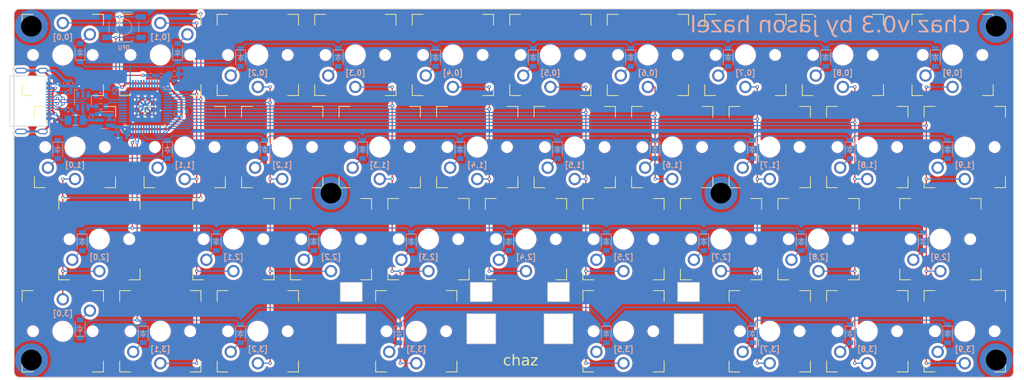
<source format=kicad_pcb>
(kicad_pcb (version 20221018) (generator pcbnew)
  (title_block (title "chaz") (rev "2") (company "jasonhazel"))
  (layers (0 "F.Cu" signal) (31 "B.Cu" signal) (34 "B.Paste" user) (35 "F.Paste" user) (36 "B.SilkS" user "B.Silkscreen") (37 "F.SilkS" user "F.Silkscreen") (38 "B.Mask" user) (39 "F.Mask" user) (44 "Edge.Cuts" user))
  (net 0 "")
  (net 1 "GND")
  (net 2 "+5V")
  (net 3 "+3V3")
  (net 4 "NRST")
  (net 5 "GNDREF")
  (net 6 "Net-(D1-A)")
  (net 7 "Net-(D2-A)")
  (net 8 "Net-(D3-A)")
  (net 9 "Net-(D4-A)")
  (net 10 "Net-(D5-A)")
  (net 11 "Net-(D6-A)")
  (net 12 "Net-(D7-A)")
  (net 13 "Net-(D8-A)")
  (net 14 "Net-(D9-A)")
  (net 15 "Net-(D10-A)")
  (net 16 "Net-(D11-A)")
  (net 17 "Net-(D12-A)")
  (net 18 "Net-(D13-A)")
  (net 19 "Net-(D14-A)")
  (net 20 "Net-(D15-A)")
  (net 21 "Net-(D16-A)")
  (net 22 "Net-(D17-A)")
  (net 23 "Net-(D18-A)")
  (net 24 "Net-(D19-A)")
  (net 25 "Net-(D20-A)")
  (net 26 "Net-(D21-A)")
  (net 27 "Net-(D22-A)")
  (net 28 "Net-(D23-A)")
  (net 29 "Net-(D24-A)")
  (net 30 "Net-(D25-A)")
  (net 31 "Net-(D26-A)")
  (net 32 "Net-(D27-A)")
  (net 33 "Net-(D28-A)")
  (net 34 "Net-(D29-A)")
  (net 35 "Net-(D30-A)")
  (net 36 "Net-(D31-A)")
  (net 37 "Net-(D32-A)")
  (net 38 "Net-(D33-A)")
  (net 39 "Net-(D34-A)")
  (net 40 "Net-(D35-A)")
  (net 41 "Net-(D36-A)")
  (net 42 "Net-(D37-A)")
  (net 43 "VBUS")
  (net 44 "/stm32f072c/CC1")
  (net 45 "DBUS+")
  (net 46 "DBUS-")
  (net 48 "/stm32f072c/CC2")
  (net 50 "Net-(U1-PA12)")
  (net 51 "Net-(U1-PA11)")
  (net 52 "BOOT0")
  (net 55 "C13")
  (net 56 "C14")
  (net 57 "C15")
  (net 58 "F0")
  (net 59 "F1")
  (net 60 "A0")
  (net 61 "A1")
  (net 62 "A2")
  (net 63 "A3")
  (net 64 "A4")
  (net 65 "A5")
  (net 66 "A6")
  (net 67 "A7")
  (net 68 "B0")
  (net 69 "B1")
  (net 70 "B2")
  (net 71 "B10")
  (net 72 "B11")
  (net 73 "B12")
  (net 74 "B13")
  (net 75 "B14")
  (net 76 "B15")
  (net 77 "A8")
  (net 78 "A9")
  (net 79 "A10")
  (net 80 "A13")
  (net 81 "A14")
  (net 82 "A15")
  (net 83 "B3")
  (net 88 "B8")
  (net 89 "B9")
  (footprint "chaz:choc-1u-millmax" (layer "F.Cu") (at 166.5 0)
    (fp_text reference "SW8")
    (fp_text value "[3,9]")
  )
  (footprint "chaz:Choc-1.25u-millmax" (layer "F.Cu") (at 164.25 -51)
    (fp_text reference "SW37")
    (fp_text value "[0,9]")
  )
  (footprint "chaz:choc-1u-millmax" (layer "F.Cu") (at 148.5 0)
    (fp_text reference "SW7")
    (fp_text value "[3,8]")
  )
  (footprint "chaz:choc-1u-millmax" (layer "F.Cu") (at 76.5 -34)
    (fp_text reference "SW22")
    (fp_text value "[1,4]")
  )
  (footprint "chaz:choc-1u-millmax" (layer "F.Cu") (at 54 -51)
    (fp_text reference "SW31")
    (fp_text value "[0,3]")
  )
  (footprint "chaz:choc-1u-millmax" (layer "F.Cu") (at 94.5 -34)
    (fp_text reference "SW23")
    (fp_text value "[1,5]")
  )
  (footprint "chaz:choc-1u-millmax" (layer "F.Cu") (at 121.5 -17)
    (fp_text reference "SW15")
    (fp_text value "[2,7]")
  )
  (footprint "chaz:choc-1u-millmax" (layer "F.Cu") (at 0 0 180)
    (fp_text reference "SW1")
    (fp_text value "[3,0]")
  )
  (footprint "chaz:choc-1u-millmax" (layer "F.Cu") (at 130.5 -34)
    (fp_text reference "SW25")
    (fp_text value "[1,7]")
  )
  (footprint "chaz:Choc-1.25u-millmax" (layer "F.Cu") (at 2.25 -34)
    (fp_text reference "SW18")
    (fp_text value "[1,0]")
  )
  (footprint "chaz:choc-1u-millmax" (layer "F.Cu") (at 49.5 -17)
    (fp_text reference "SW11")
    (fp_text value "[2,2]")
  )
  (footprint "chaz:choc-1u-millmax" (layer "F.Cu") (at 31.5 -17)
    (fp_text reference "SW10")
    (fp_text value "[2,1]")
  )
  (footprint "chaz:choc-1u-millmax" (layer "F.Cu") (at 103.5 -17)
    (fp_text reference "SW14")
    (fp_text value "[2,5]")
  )
  (footprint "chaz:Choc-2.25u-millmax" (layer "F.Cu") (at 65.25 0)
    (fp_text reference "SW4")
    (fp_text value "[3,3]")
    (fp_line (start -14.65 -3.2) (end -14.65 2.3) (stroke (width 0.12)) (layer "Edge.Cuts"))
    (fp_line (start -14.65 -3.2) (end -9.35 -3.2) (stroke (width 0.12)) (layer "Edge.Cuts"))
    (fp_line (start -14.65 2.3) (end -9.35 2.3) (stroke (width 0.12)) (layer "Edge.Cuts"))
    (fp_line (start -14 -9) (end -14 -5.5) (stroke (width 0.12)) (layer "Edge.Cuts"))
    (fp_line (start -14 -9) (end -10 -9) (stroke (width 0.12)) (layer "Edge.Cuts"))
    (fp_line (start -14 -5.5) (end -10 -5.5) (stroke (width 0.12)) (layer "Edge.Cuts"))
    (fp_line (start -10 -5.5) (end -10 -9) (stroke (width 0.12)) (layer "Edge.Cuts"))
    (fp_line (start -9.35 2.3) (end -9.35 -3.2) (stroke (width 0.12)) (layer "Edge.Cuts"))
    (fp_line (start 9.35 -3.2) (end 9.35 2.3) (stroke (width 0.12)) (layer "Edge.Cuts"))
    (fp_line (start 9.35 -3.2) (end 14.65 -3.2) (stroke (width 0.12)) (layer "Edge.Cuts"))
    (fp_line (start 9.35 2.3) (end 14.65 2.3) (stroke (width 0.12)) (layer "Edge.Cuts"))
    (fp_line (start 10 -9) (end 10 -5.5) (stroke (width 0.12)) (layer "Edge.Cuts"))
    (fp_line (start 10 -9) (end 14 -9) (stroke (width 0.12)) (layer "Edge.Cuts"))
    (fp_line (start 10 -5.5) (end 14 -5.5) (stroke (width 0.12)) (layer "Edge.Cuts"))
    (fp_line (start 14 -5.5) (end 14 -9) (stroke (width 0.12)) (layer "Edge.Cuts"))
    (fp_line (start 14.65 2.3) (end 14.65 -3.2) (stroke (width 0.12)) (layer "Edge.Cuts"))
  )
  (footprint "chaz:choc-1u-millmax" (layer "F.Cu") (at 139.5 -17)
    (fp_text reference "SW16")
    (fp_text value "[2,8]")
  )
  (footprint "chaz:choc-1u-millmax" (layer "F.Cu") (at 18 -51 180)
    (fp_text reference "SW29")
    (fp_text value "[0,1]")
  )
  (footprint "chaz:choc-1u-millmax" (layer "F.Cu") (at 166.5 -34)
    (fp_text reference "SW27")
    (fp_text value "[1,9]")
  )
  (footprint "chaz:choc-1u-millmax" (layer "F.Cu") (at 36 0)
    (fp_text reference "SW3")
    (fp_text value "[3,2]")
  )
  (footprint "chaz:choc-1u-millmax" (layer "F.Cu") (at 126 -51)
    (fp_text reference "SW35")
    (fp_text value "[0,7]")
  )
  (footprint "chaz:choc-1u-millmax" (layer "F.Cu") (at 85.5 -17)
    (fp_text reference "SW13")
    (fp_text value "[2,4]")
  )
  (footprint "chaz:Choc-2u-millmax" (layer "F.Cu") (at 103.5 0)
    (fp_text reference "SW5")
    (fp_text value "[3,5]")
    (fp_line (start -14.65 -3.2) (end -14.65 2.3) (stroke (width 0.12)) (layer "Edge.Cuts"))
    (fp_line (start -14.65 -3.2) (end -9.35 -3.2) (stroke (width 0.12)) (layer "Edge.Cuts"))
    (fp_line (start -14.65 2.3) (end -9.35 2.3) (stroke (width 0.12)) (layer "Edge.Cuts"))
    (fp_line (start -14 -9) (end -14 -5.5) (stroke (width 0.12)) (layer "Edge.Cuts"))
    (fp_line (start -14 -9) (end -10 -9) (stroke (width 0.12)) (layer "Edge.Cuts"))
    (fp_line (start -14 -5.5) (end -10 -5.5) (stroke (width 0.12)) (layer "Edge.Cuts"))
    (fp_line (start -10 -5.5) (end -10 -9) (stroke (width 0.12)) (layer "Edge.Cuts"))
    (fp_line (start -9.35 2.3) (end -9.35 -3.2) (stroke (width 0.12)) (layer "Edge.Cuts"))
    (fp_line (start 9.35 -3.2) (end 9.35 2.3) (stroke (width 0.12)) (layer "Edge.Cuts"))
    (fp_line (start 9.35 -3.2) (end 14.65 -3.2) (stroke (width 0.12)) (layer "Edge.Cuts"))
    (fp_line (start 9.35 2.3) (end 14.65 2.3) (stroke (width 0.12)) (layer "Edge.Cuts"))
    (fp_line (start 10 -9) (end 10 -5.5) (stroke (width 0.12)) (layer "Edge.Cuts"))
    (fp_line (start 10 -9) (end 14 -9) (stroke (width 0.12)) (layer "Edge.Cuts"))
    (fp_line (start 10 -5.5) (end 14 -5.5) (stroke (width 0.12)) (layer "Edge.Cuts"))
    (fp_line (start 14 -5.5) (end 14 -9) (stroke (width 0.12)) (layer "Edge.Cuts"))
    (fp_line (start 14.65 2.3) (end 14.65 -3.2) (stroke (width 0.12)) (layer "Edge.Cuts"))
  )
  (footprint "chaz:choc-1u-millmax" (layer "F.Cu") (at 144 -51)
    (fp_text reference "SW36")
    (fp_text value "[0,8]")
  )
  (footprint "chaz:choc-1u-millmax" (layer "F.Cu") (at 90 -51)
    (fp_text reference "SW33")
    (fp_text value "[0,5]")
  )
  (footprint "chaz:choc-1u-millmax" (layer "F.Cu") (at 0 -51 180)
    (fp_text reference "SW28")
    (fp_text value "[0,0]")
  )
  (footprint "chaz:choc-1u-millmax" (layer "F.Cu") (at 58.5 -34)
    (fp_text reference "SW21")
    (fp_text value "[1,3]")
  )
  (footprint "chaz:choc-1u-millmax" (layer "F.Cu") (at 22.5 -34)
    (fp_text reference "SW19")
    (fp_text value "[1,1]")
  )
  (footprint "chaz:Choc-1.75u-millmax" (layer "F.Cu") (at 6.75 -17)
    (fp_text reference "SW9")
    (fp_text value "[2,0]")
  )
  (footprint "chaz:choc-1u-millmax" (layer "F.Cu") (at 36 -51)
    (fp_text reference "SW30")
    (fp_text value "[0,2]")
  )
  (footprint "chaz:choc-1u-millmax" (layer "F.Cu") (at 112.5 -34)
    (fp_text reference "SW24")
    (fp_text value "[1,6]")
  )
  (footprint "chaz:Choc-1.5u-millmax" (layer "F.Cu") (at 162 -17)
    (fp_text reference "SW17")
    (fp_text value "[2,9]")
  )
  (footprint "chaz:choc-1u-millmax" (layer "F.Cu") (at 130.5 0)
    (fp_text reference "SW6")
    (fp_text value "[3,7]")
  )
  (footprint "chaz:choc-1u-millmax" (layer "F.Cu") (at 18 0)
    (fp_text reference "SW2")
    (fp_text value "[3,1]")
  )
  (footprint "chaz:choc-1u-millmax" (layer "F.Cu") (at 148.5 -34)
    (fp_text reference "SW26")
    (fp_text value "[1,8]")
  )
  (footprint "chaz:choc-1u-millmax" (layer "F.Cu") (at 67.5 -17)
    (fp_text reference "SW12")
    (fp_text value "[2,3]")
  )
  (footprint "chaz:choc-1u-millmax" (layer "F.Cu") (at 40.5 -34)
    (fp_text reference "SW20")
    (fp_text value "[1,2]")
  )
  (footprint "chaz:choc-1u-millmax" (layer "F.Cu") (at 72 -51)
    (fp_text reference "SW32")
    (fp_text value "[0,4]")
  )
  (footprint "chaz:choc-1u-millmax" (layer "F.Cu") (at 108 -51)
    (fp_text reference "SW34")
    (fp_text value "[0,6]")
  )
  (footprint "chaz:D_SOD-123" (layer "B.Cu") (at 3.57 -16.55 -90)
    (fp_text reference "D9" hide)
    (fp_text value "1N4148W" hide)
  )
  (footprint "chaz:C_0402_1005Metric" (layer "B.Cu") (at 0.48 -45.75 90)
    (fp_text reference "C_Shield1")
    (fp_text value "4.7n")
  )
  (footprint "chaz:C_0402_1005Metric" (layer "B.Cu") (at 22.4 -40.55 180)
    (fp_text reference "C9")
    (fp_text value "100nF")
  )
  (footprint "chaz:D_SOD-123" (layer "B.Cu") (at 32.82 -50.55 -90)
    (fp_text reference "D30" hide)
    (fp_text value "1N4148W" hide)
  )
  (footprint "chaz:C_0402_1005Metric" (layer "B.Cu") (at 20.93 -40.1 90)
    (fp_text reference "C6")
    (fp_text value "100nF")
  )
  (footprint "chaz:D_SOD-123" (layer "B.Cu") (at 73.32 -33.55 -90)
    (fp_text reference "D22" hide)
    (fp_text value "1N4148W" hide)
  )
  (footprint "chaz:D_SOD-123" (layer "B.Cu") (at 37.32 -33.55 -90)
    (fp_text reference "D20" hide)
    (fp_text value "1N4148W" hide)
  )
  (footprint "chaz:D_SOD-123" (layer "B.Cu") (at -0.93 -33.55 -90)
    (fp_text reference "D18" hide)
    (fp_text value "1N4148W" hide)
  )
  (footprint "chaz:D_SOD-123" (layer "B.Cu") (at 145.32 0.45 -90)
    (fp_text reference "D7" hide)
    (fp_text value "1N4148W" hide)
  )
  (footprint "chaz:SW_SPST_TL3342" (layer "B.Cu") (at 11.27 -56.14)
    (fp_text reference "BOOT0")
    (fp_text value "DFU")
  )
  (footprint "chaz:MountingHole_M2_Pad_NonPTH_TopOnly" (layer "B.Cu") (at 172.3 5.3)
    (fp_text reference "H4" hide)
    (fp_text value "MountingHole")
  )
  (footprint "chaz:D_SOD-123" (layer "B.Cu") (at 19.32 -33.55 -90)
    (fp_text reference "D19" hide)
    (fp_text value "1N4148W" hide)
  )
  (footprint "chaz:MountingHole_M2_Pad_NonPTH_TopOnly" (layer "B.Cu") (at -5.8 5.3)
    (fp_text reference "H3" hide)
    (fp_text value "MountingHole")
  )
  (footprint "chaz:D_SOD-123" (layer "B.Cu") (at 161.07 -50.55 -90)
    (fp_text reference "D37" hide)
    (fp_text value "1N4148W" hide)
  )
  (footprint "chaz:C_0402_1005Metric" (layer "B.Cu") (at 18.12 -47.23 180)
    (fp_text reference "C5")
    (fp_text value "100nF")
  )
  (footprint "chaz:D_SOD-123" (layer "B.Cu") (at 145.32 -33.55 -90)
    (fp_text reference "D26" hide)
    (fp_text value "1N4148W" hide)
  )
  (footprint "chaz:D_SOD-123" (layer "B.Cu") (at 127.32 -33.55 -90)
    (fp_text reference "D25" hide)
    (fp_text value "1N4148W" hide)
  )
  (footprint "chaz:D_SOD-123" (layer "B.Cu") (at 82.32 -16.55 -90)
    (fp_text reference "D13" hide)
    (fp_text value "1N4148W" hide)
  )
  (footprint "chaz:MountingHole_M2_Pad_NonPTH_TopOnly" (layer "B.Cu") (at 172.3 -56.3)
    (fp_text reference "H2" hide)
    (fp_text value "MountingHole")
  )
  (footprint "chaz:R_0402_1005Metric" (layer "B.Cu") (at 1 -40.9)
    (fp_text reference "R1")
    (fp_text value "5.1k")
  )
  (footprint "chaz:D_SOD-123" (layer "B.Cu") (at 118.32 -16.55 -90)
    (fp_text reference "D15" hide)
    (fp_text value "1N4148W" hide)
  )
  (footprint "chaz:C_0603_1608Metric" (layer "B.Cu") (at 20.57 -47.5)
    (fp_text reference "C8")
    (fp_text value "10uF")
  )
  (footprint "chaz:R_0603_1608Metric" (layer "B.Cu") (at 7 -41.5)
    (fp_text reference "R4")
    (fp_text value "27R")
  )
  (footprint "chaz:D_SOD-123" (layer "B.Cu") (at 32.82 0.45 -90)
    (fp_text reference "D3" hide)
    (fp_text value "1N4148W" hide)
  )
  (footprint "chaz:D_SOD-123" (layer "B.Cu") (at 163.32 -33.55 -90)
    (fp_text reference "D27" hide)
    (fp_text value "1N4148W" hide)
  )
  (footprint "chaz:D_SOD-123" (layer "B.Cu") (at 28.32 -16.55 -90)
    (fp_text reference "D10" hide)
    (fp_text value "1N4148W" hide)
  )
  (footprint "chaz:D_SOD-123" (layer "B.Cu") (at 3.18 -0.45 90)
    (fp_text reference "D1" hide)
    (fp_text value "1N4148W" hide)
  )
  (footprint "chaz:C_0402_1005Metric" (layer "B.Cu") (at 5.2 -39.467 -90)
    (fp_text reference "C1")
    (fp_text value "1uF")
  )
  (footprint "chaz:D_SOD-123" (layer "B.Cu") (at 14.82 0.45 -90)
    (fp_text reference "D2" hide)
    (fp_text value "1N4148W" hide)
  )
  (footprint "chaz:D_SOD-123" (layer "B.Cu") (at 163.32 0.45 -90)
    (fp_text reference "D8" hide)
    (fp_text value "1N4148W" hide)
  )
  (footprint "chaz:R_0402_1005Metric" (layer "B.Cu") (at 16.2 -47.23)
    (fp_text reference "R5")
    (fp_text value "10k")
  )
  (footprint "chaz:D_SOD-123" (layer "B.Cu") (at 46.32 -16.55 -90)
    (fp_text reference "D11" hide)
    (fp_text value "1N4148W" hide)
  )
  (footprint "chaz:C_0402_1005Metric" (layer "B.Cu") (at 10.2 -37.217 90)
    (fp_text reference "C2")
    (fp_text value "1uF")
  )
  (footprint "chaz:D_SOD-123" (layer "B.Cu") (at 68.82 -50.55 -90)
    (fp_text reference "D32" hide)
    (fp_text value "1N4148W" hide)
  )
  (footprint "chaz:MountingHole_M2_Pad_NonPTH_TopOnly" (layer "B.Cu") (at -5.8 -56.3)
    (fp_text reference "H1" hide)
    (fp_text value "MountingHole")
  )
  (footprint "chaz:D_SOD-123" (layer "B.Cu") (at 3.18 -51.45 90)
    (fp_text reference "D28" hide)
    (fp_text value "1N4148W" hide)
  )
  (footprint "chaz:D_SOD-123" (layer "B.Cu") (at 50.82 -50.55 -90)
    (fp_text reference "D31" hide)
    (fp_text value "1N4148W" hide)
  )
  (footprint "chaz:R_0402_1005Metric" (layer "B.Cu") (at 1.48 -45.75 -90)
    (fp_text reference "R_Shield1")
    (fp_text value "1M")
  )
  (footprint "chaz:D_SOD-123" (layer "B.Cu") (at 100.32 -16.55 -90)
    (fp_text reference "D14" hide)
    (fp_text value "1N4148W" hide)
  )
  (footprint "chaz:C_0402_1005Metric" (layer "B.Cu") (at 9.47 -44.42 -90)
    (fp_text reference "C4")
    (fp_text value "100nF")
  )
  (footprint "chaz:MountingHole_M2_Pad_NonPTH_TopOnly" (layer "B.Cu") (at 49.5 -25.5)
    (fp_text reference "H5" hide)
    (fp_text value "MountingHole")
  )
  (footprint "chaz:D_SOD-123" (layer "B.Cu") (at 122.82 -50.55 -90)
    (fp_text reference "D35" hide)
    (fp_text value "1N4148W" hide)
  )
  (footprint "chaz:D_SOD-123" (layer "B.Cu") (at 55.32 -33.55 -90)
    (fp_text reference "D21" hide)
    (fp_text value "1N4148W" hide)
  )
  (footprint "chaz:D_SOD-123" (layer "B.Cu") (at 91.32 -33.55 -90)
    (fp_text reference "D23" hide)
    (fp_text value "1N4148W" hide)
  )
  (footprint "chaz:D_SOD-123" (layer "B.Cu") (at 158.82 -16.55 -90)
    (fp_text reference "D17" hide)
    (fp_text value "1N4148W" hide)
  )
  (footprint "chaz:MountingHole_M2_Pad_NonPTH_TopOnly" (layer "B.Cu") (at 121.5 -25.5)
    (fp_text reference "H6" hide)
    (fp_text value "MountingHole")
  )
  (footprint "chaz:SOT-23-6-routable" (layer "B.Cu") (at 3.7 -42.5 -90)
    (fp_text reference "U2")
    (fp_text value "SRV05-4")
  )
  (footprint "chaz:D_SOD-123" (layer "B.Cu") (at 127.32 0.45 -90)
    (fp_text reference "D6" hide)
    (fp_text value "1N4148W" hide)
  )
  (footprint "chaz:D_SOD-123" (layer "B.Cu") (at 100.32 0.45 -90)
    (fp_text reference "D5" hide)
    (fp_text value "1N4148W" hide)
  )
  (footprint "chaz:D_SOD-123" (layer "B.Cu") (at 64.32 -16.55 -90)
    (fp_text reference "D12" hide)
    (fp_text value "1N4148W" hide)
  )
  (footprint "chaz:Molex-216990_GCT-USB45xx_HRO-TYPE-C-31-M-13x" (layer "B.Cu") (at -9.8 -42.5 90)
    (fp_text reference "J1")
    (fp_text value "USB_C")
    (fp_line (start -4.62 0) (end -4.62 6.7) (stroke (width 0.12)) (layer "Edge.Cuts"))
    (fp_line (start -4.62 0) (end 4.62 0) (stroke (width 0.12)) (layer "Edge.Cuts"))
    (fp_line (start -4.02 6.7) (end 4.02 6.7) (stroke (width 0.12)) (layer "Edge.Cuts"))
    (fp_line (start 4.62 6.7) (end 4.62 0) (stroke (width 0.12)) (layer "Edge.Cuts"))
    (fp_arc (start -4.02 6.7) (mid -4.32 7) (end -4.62 6.7) (stroke (width 0.12)) (layer "Edge.Cuts"))
    (fp_arc (start 4.62 6.7) (mid 4.32 7) (end 4.02 6.7) (stroke (width 0.12)) (layer "Edge.Cuts"))
  )
  (footprint "chaz:C_0402_1005Metric" (layer "B.Cu") (at 12.28 -35.77)
    (fp_text reference "C3")
    (fp_text value "100nF")
  )
  (footprint "chaz:D_SOD-123" (layer "B.Cu") (at 136.32 -16.55 -90)
    (fp_text reference "D16" hide)
    (fp_text value "1N4148W" hide)
  )
  (footprint "chaz:LQFP-48_7x7mm_P0.5mm" (layer "B.Cu") (at 15.2 -41.5 180)
    (fp_text reference "U1")
    (fp_text value "STM32F072CBT6")
  )
  (footprint "chaz:R_0603_1608Metric" (layer "B.Cu") (at 7 -43.5)
    (fp_text reference "R3")
    (fp_text value "27R")
  )
  (footprint "chaz:C_0402_1005Metric" (layer "B.Cu") (at 19.88 -46.25)
    (fp_text reference "C7")
    (fp_text value "100nF")
  )
  (footprint "chaz:D_SOD-123" (layer "B.Cu") (at 109.32 -33.55 -90)
    (fp_text reference "D24" hide)
    (fp_text value "1N4148W" hide)
  )
  (footprint "chaz:R_0402_1005Metric" (layer "B.Cu") (at 1 -44.1)
    (fp_text reference "R2")
    (fp_text value "5.1k")
  )
  (footprint "chaz:D_SOD-123" (layer "B.Cu") (at 104.82 -50.55 -90)
    (fp_text reference "D34" hide)
    (fp_text value "1N4148W" hide)
  )
  (footprint "chaz:SOT-23" (layer "B.Cu") (at 7.7 -38.967 180)
    (fp_text reference "U3")
    (fp_text value "XC6206")
  )
  (footprint "chaz:D_SOD-123" (layer "B.Cu") (at 62.07 0.45 -90)
    (fp_text reference "D4" hide)
    (fp_text value "1N4148W" hide)
  )
  (footprint "chaz:D_SOD-123" (layer "B.Cu") (at 21.18 -51.45 90)
    (fp_text reference "D29" hide)
    (fp_text value "1N4148W" hide)
  )
  (footprint "chaz:D_SOD-123" (layer "B.Cu") (at 86.82 -50.55 -90)
    (fp_text reference "D33" hide)
    (fp_text value "1N4148W" hide)
  )
  (footprint "chaz:Fuse_1206_3216Metric" (layer "B.Cu") (at 2.35 -38.967)
    (fp_text reference "F1")
    (fp_text value "500mA")
  )
  (footprint "chaz:D_SOD-123" (layer "B.Cu") (at 140.82 -50.55 -90)
    (fp_text reference "D36" hide)
    (fp_text value "1N4148W" hide)
  )
  (gr_circle (center 11.27 -56.14) (end 12.73 -56) (stroke (width 0.12)) (fill none) (layer "B.SilkS"))
  (gr_line (start -9 -58.5) (end -9 7.5) (stroke (width 0.15)) (layer "Edge.Cuts"))
  (gr_arc (start -8 8.5) (mid -8.707107 8.207107) (end -9 7.5) (stroke (width 0.15)) (layer "Edge.Cuts"))
  (gr_line (start 174.5 -59.5) (end -8 -59.5) (stroke (width 0.15)) (layer "Edge.Cuts"))
  (gr_arc (start 175.5 7.5) (mid 175.207107 8.207107) (end 174.5 8.5) (stroke (width 0.15)) (layer "Edge.Cuts"))
  (gr_line (start 175.5 7.5) (end 175.5 -58.5) (stroke (width 0.15)) (layer "Edge.Cuts"))
  (gr_arc (start -9 -58.5) (mid -8.707107 -59.207107) (end -8 -59.5) (stroke (width 0.15)) (layer "Edge.Cuts"))
  (gr_line (start -8 8.5) (end 174.5 8.5) (stroke (width 0.15)) (layer "Edge.Cuts"))
  (gr_arc (start 174.5 -59.5) (mid 175.207107 -59.207107) (end 175.5 -58.5) (stroke (width 0.15)) (layer "Edge.Cuts"))
  (gr_text "chaz v0.3 by jason hazel" (at 167.52 -54.66) (layer "B.SilkS") (effects (font (size 3 3)) (justify left bottom mirror)))
  (gr_text "chaz" (at 84.5 5.49) (layer "F.SilkS") (effects (font (size 2 2) (thickness 0.5))))
  (segment (start 13.93 -40.23) (end 16.47 -40.23) (width 0.4) (layer "F.Cu") (net 1))
  (segment (start 6.823 -39.92) (end 6.85 -39.947) (width 0.4) (layer "F.Cu") (net 1))
  (segment (start 2.43 -39.92) (end 6.823 -39.92) (width 0.4) (layer "F.Cu") (net 1))
  (segment (start 13.93 -42.77) (end 13.93 -40.23) (width 0.4) (layer "F.Cu") (net 1))
  (segment (start 16.47 -40.23) (end 16.47 -42.77) (width 0.4) (layer "F.Cu") (net 1))
  (segment (start 16.47 -42.77) (end 13.93 -42.77) (width 0.4) (layer "F.Cu") (net 1))
  (via (at 2.43 -39.92) (size 0.6) (drill 0.3) (layers "F.Cu" "B.Cu") (net 1))
  (via (at 18.01 -40.75) (size 0.6) (drill 0.3) (layers "F.Cu" "B.Cu") (net 1))
  (via (at -1.01 -38.62) (size 0.6) (drill 0.3) (layers "F.Cu" "B.Cu") (net 1))
  (via (at 21.34 -46.25) (size 0.6) (drill 0.3) (layers "F.Cu" "B.Cu") (net 1))
  (via (at 3 -45.24) (size 0.6) (drill 0.3) (layers "F.Cu" "B.Cu") (net 1))
  (via (at -0.92 -45.7) (size 0.6) (drill 0.3) (layers "F.Cu" "B.Cu") (net 1))
  (via (at 17.45 -44.28) (size 0.6) (drill 0.3) (layers "F.Cu" "B.Cu") (net 1))
  (via (at 12.95 -38.6) (size 0.6) (drill 0.3) (layers "F.Cu" "B.Cu") (net 1))
  (via (at 10.2 -35.71) (size 0.6) (drill 0.3) (layers "F.Cu" "B.Cu") (net 1))
  (via (at 12.45 -43.74) (size 0.6) (drill 0.3) (layers "F.Cu" "B.Cu") (net 1))
  (via (at 6.85 -39.947) (size 0.6) (drill 0.3) (layers "F.Cu" "B.Cu") (net 1))
  (segment (start 11.0375 -43.75) (end 12.44 -43.75) (width 0.2) (layer "B.Cu") (net 1))
  (segment (start 17.45 -45.6625) (end 17.45 -44.28) (width 0.2) (layer "B.Cu") (net 1))
  (segment (start 3.7 -43.675) (end 3.7 -44.54) (width 0.4) (layer "B.Cu") (net 1))
  (segment (start 8.6375 -39.917) (end 5.23 -39.917) (width 0.4) (layer "B.Cu") (net 1))
  (segment (start 17.45 -46.49) (end 17.45 -45.6625) (width 0.2) (layer "B.Cu") (net 1))
  (segment (start 12.95 -37.3375) (end 12.95 -35.96) (width 0.2) (layer "B.Cu") (net 1))
  (segment (start 3.7 -44.54) (end 3 -45.24) (width 0.4) (layer "B.Cu") (net 1))
  (segment (start 16.47 -41.5) (end 13.93 -41.5) (width 0.4) (layer "B.Cu") (net 1))
  (segment (start 21.345 -47.5) (end 21.345 -46.255) (width 0.4) (layer "B.Cu") (net 1))
  (segment (start 2.43 -39.92) (end 1.51 -40.84) (width 0.4) (layer "B.Cu") (net 1))
  (segment (start 3 -45.24) (end 1.48 -45.24) (width 0.4) (layer "B.Cu") (net 1))
  (segment (start 20.36 -46.25) (end 21.34 -46.25) (width 0.4) (layer "B.Cu") (net 1))
  (segment (start 21.345 -46.255) (end 21.34 -46.25) (width 0.4) (layer "B.Cu") (net 1))
  (segment (start 1.51 -44.1) (end 1.51 -45.21) (width 0.4) (layer "B.Cu") (net 1))
  (segment (start 21.72 -40.75) (end 21.92 -40.55) (width 0.2) (layer "B.Cu") (net 1))
  (segment (start 16.71 -47.23) (end 17.45 -46.49) (width 0.2) (layer "B.Cu") (net 1))
  (segment (start 17.64 -47.23) (end 17.45 -47.04) (width 0.2) (layer "B.Cu") (net 1))
  (segment (start 20.93 -40.58) (end 20.76 -40.75) (width 0.2) (layer "B.Cu") (net 1))
  (segment (start 17.45 -47.04) (end 17.45 -45.6625) (width 0.2) (layer "B.Cu") (net 1))
  (segment (start 1.51 -40.84) (end 1.51 -40.9) (width 0.4) (layer "B.Cu") (net 1))
  (segment (start 20.76 -40.75) (end 19.3625 -40.75) (width 0.2) (layer "B.Cu") (net 1))
  (segment (start 20.96 -40.55) (end 20.93 -40.58) (width 0.4) (layer "B.Cu") (net 1))
  (segment (start 1.51 -45.21) (end 1.48 -45.24) (width 0.4) (layer "B.Cu") (net 1))
  (segment (start -2.55 -45.7) (end -0.92 -45.7) (width 0.4) (layer "B.Cu") (net 1))
  (segment (start 13.93 -42.77) (end 16.47 -40.23) (width 0.4) (layer "B.Cu") (net 1))
  (segment (start -2.55 -39.3) (end -1.69 -39.3) (width 0.4) (layer "B.Cu") (net 1))
  (segment (start 12.95 -35.96) (end 12.76 -35.77) (width 0.2) (layer "B.Cu") (net 1))
  (segment (start 0.48 -45.27) (end 1.45 -45.27) (width 0.4) (layer "B.Cu") (net 1))
  (segment (start 16.47 -42.77) (end 13.93 -40.23) (width 0.4) (layer "B.Cu") (net 1))
  (segment (start 15.2 -42.77) (end 15.2 -40.23) (width 0.4) (layer "B.Cu") (net 1))
  (segment (start 11.0375 -43.75) (end 9.66 -43.75) (width 0.2) (layer "B.Cu") (net 1))
  (segment (start -1.69 -39.3) (end -1.01 -38.62) (width 0.4) (layer "B.Cu") (net 1))
  (segment (start 12.95 -37.3375) (end 12.95 -38.6) (width 0.2) (layer "B.Cu") (net 1))
  (segment (start 10.2 -35.71) (end 10.2 -36.737) (width 0.4) (layer "B.Cu") (net 1))
  (segment (start -0.49 -45.27) (end 0.48 -45.27) (width 0.4) (layer "B.Cu") (net 1))
  (segment (start 21.92 -40.55) (end 20.96 -40.55) (width 0.4) (layer "B.Cu") (net 1))
  (segment (start 19.3625 -40.75) (end 18.01 -40.75) (width 0.2) (layer "B.Cu") (net 1))
  (segment (start 17.64 -47.23) (end 16.71 -47.23) (width 0.4) (layer "B.Cu") (net 1))
  (segment (start 1.45 -45.27) (end 1.48 -45.24) (width 0.4) (layer "B.Cu") (net 1))
  (segment (start -0.92 -45.7) (end -0.49 -45.27) (width 0.4) (layer "B.Cu") (net 1))
  (segment (start 5.23 -39.917) (end 5.2 -39.947) (width 0.4) (layer "B.Cu") (net 1))
  (segment (start 12.44 -43.75) (end 12.45 -43.74) (width 0.2) (layer "B.Cu") (net 1))
  (segment (start 9.66 -43.75) (end 9.47 -43.94) (width 0.2) (layer "B.Cu") (net 1))
  (segment (start 3.75 -38.967) (end 6.7625 -38.967) (width 0.4) (layer "B.Cu") (net 2))
  (segment (start 3.75 -41.275) (end 3.7 -41.325) (width 0.4) (layer "B.Cu") (net 2))
  (segment (start 3.75 -38.967) (end 3.75 -41.275) (width 0.4) (layer "B.Cu") (net 2))
  (segment (start 10.97 -45.01) (end 9.81 -46.17) (width 0.2) (layer "F.Cu") (net 3))
  (segment (start 18.87 -45.75) (end 19.4 -45.22) (width 0.4) (layer "F.Cu") (net 3))
  (segment (start 19.577429 -37.305) (end 11.445 -37.305) (width 0.4) (layer "F.Cu") (net 3))
  (segment (start 21.891929 -39.6195) (end 19.577429 -37.305) (width 0.4) (layer "F.Cu") (net 3))
  (segment (start 10.97 -45.01) (end 11.71 -45.75) (width 0.4) (layer "F.Cu") (net 3))
  (segment (start 11.71 -45.75) (end 18.87 -45.75) (width 0.4) (layer "F.Cu") (net 3))
  (segment (start 21.891929 -42.728071) (end 21.891929 -39.6195) (width 0.4) (layer "F.Cu") (net 3))
  (segment (start 9.81 -46.17) (end 9.81 -54.24) (width 0.2) (layer "F.Cu") (net 3))
  (segment (start 19.4 -45.22) (end 21.891929 -42.728071) (width 0.4) (layer "F.Cu") (net 3))
  (via (at 21.891929 -39.6195) (size 0.6) (drill 0.3) (layers "F.Cu" "B.Cu") (net 3))
  (via (at 19.4 -45.22) (size 0.6) (drill 0.3) (layers "F.Cu" "B.Cu") (net 3))
  (via (at 10.97 -45.01) (size 0.6) (drill 0.3) (layers "F.Cu" "B.Cu") (net 3))
  (via (at 11.445 -37.305) (size 0.6) (drill 0.3) (layers "F.Cu" "B.Cu") (net 3))
  (via (at 9.81 -54.24) (size 0.6) (drill 0.3) (layers "F.Cu" "B.Cu") (net 3))
  (segment (start 20.3 -40.25) (end 19.3625 -40.25) (width 0.2) (layer "B.Cu") (net 3))
  (segment (start 11.0375 -44.25) (end 10.12 -44.25) (width 0.2) (layer "B.Cu") (net 3))
  (segment (start 19.4 -44.2875) (end 19.3625 -44.25) (width 0.2) (layer "B.Cu") (net 3))
  (segment (start 9.58 -45.01) (end 9.47 -44.9) (width 0.4) (layer "B.Cu") (net 3))
  (segment (start 20.93 -39.62) (end 20.3 -40.25) (width 0.2) (layer "B.Cu") (net 3))
  (segment (start 11.465 -37.305) (end 11.445 -37.305) (width 0.2) (layer "B.Cu") (net 3))
  (segment (start 9.81 -54.24) (end 8.12 -54.24) (width 0.2) (layer "B.Cu") (net 3))
  (segment (start 10.12 -44.25) (end 9.47 -44.9) (width 0.2) (layer "B.Cu") (net 3))
  (segment (start 14.42 -54.24) (end 9.81 -54.24) (width 0.2) (layer "B.Cu") (net 3))
  (segment (start 20.9305 -39.6195) (end 20.93 -39.62) (width 0.4) (layer "B.Cu") (net 3))
  (segment (start 19.3625 -45.1825) (end 19.4 -45.22) (width 0.4) (layer "B.Cu") (net 3))
  (segment (start 21.891929 -39.6195) (end 20.9305 -39.6195) (width 0.4) (layer "B.Cu") (net 3))
  (segment (start 10.97 -45.01) (end 9.58 -45.01) (width 0.4) (layer "B.Cu") (net 3))
  (segment (start 22.88 -40.82) (end 22.88 -40.55) (width 0.2) (layer "B.Cu") (net 4))
  (segment (start 19.3625 -41.25) (end 22.45 -41.25) (width 0.2) (layer "B.Cu") (net 4))
  (segment (start 22.45 -41.25) (end 22.88 -40.82) (width 0.2) (layer "B.Cu") (net 4))
  (segment (start -2.5 -47.046469) (end -2.5 -37.961866) (width 0.4) (layer "F.Cu") (net 5))
  (segment (start -3.7 -48.12) (end -3.573531 -48.12) (width 0.4) (layer "F.Cu") (net 5))
  (segment (start -2.5 -37.961866) (end -3.581866 -36.88) (width 0.4) (layer "F.Cu") (net 5))
  (segment (start -3.573531 -48.12) (end -2.5 -47.046469) (width 0.4) (layer "F.Cu") (net 5))
  (segment (start -3.581866 -36.88) (end -3.7 -36.88) (width 0.4) (layer "F.Cu") (net 5))
  (segment (start -1.41 -48.12) (end 0.48 -46.23) (width 0.4) (layer "B.Cu") (net 5))
  (segment (start 1.48 -46.26) (end 0.51 -46.26) (width 0.4) (layer "B.Cu") (net 5))
  (segment (start -3.7 -48.12) (end -1.41 -48.12) (width 0.4) (layer "B.Cu") (net 5))
  (segment (start 0.51 -46.26) (end 0.48 -46.23) (width 0.4) (layer "B.Cu") (net 5))
  (segment (start -7.7 -36.88) (end -3.7 -36.88) (width 0.4) (layer "B.Cu") (net 5))
  (segment (start -7.7 -48.12) (end -3.7 -48.12) (width 0.4) (layer "B.Cu") (net 5))
  (segment (start 3.3 -2.1) (end 3.18 -2.1) (width 0.2) (layer "B.Cu") (net 6))
  (segment (start 5 -3.8) (end 3.3 -2.1) (width 0.2) (layer "B.Cu") (net 6))
  (segment (start 13 3.8) (end 14.7 2.1) (width 0.2) (layer "B.Cu") (net 7))
  (segment (start 14.7 2.1) (end 14.82 2.1) (width 0.2) (layer "B.Cu") (net 7))
  (segment (start 32.7 2.1) (end 32.82 2.1) (width 0.2) (layer "B.Cu") (net 8))
  (segment (start 31 3.8) (end 32.7 2.1) (width 0.2) (layer "B.Cu") (net 8))
  (segment (start 61.95 2.1) (end 62.07 2.1) (width 0.2) (layer "B.Cu") (net 9))
  (segment (start 60.25 3.8) (end 61.95 2.1) (width 0.2) (layer "B.Cu") (net 9))
  (segment (start 98.5 3.8) (end 100.2 2.1) (width 0.2) (layer "B.Cu") (net 10))
  (segment (start 100.2 2.1) (end 100.32 2.1) (width 0.2) (layer "B.Cu") (net 10))
  (segment (start 127.2 2.1) (end 127.32 2.1) (width 0.2) (layer "B.Cu") (net 11))
  (segment (start 125.5 3.8) (end 127.2 2.1) (width 0.2) (layer "B.Cu") (net 11))
  (segment (start 143.5 3.8) (end 145.2 2.1) (width 0.2) (layer "B.Cu") (net 12))
  (segment (start 145.2 2.1) (end 145.32 2.1) (width 0.2) (layer "B.Cu") (net 12))
  (segment (start 161.5 3.8) (end 163.2 2.1) (width 0.2) (layer "B.Cu") (net 13))
  (segment (start 163.2 2.1) (end 163.32 2.1) (width 0.2) (layer "B.Cu") (net 13))
  (segment (start 3.45 -14.9) (end 3.57 -14.9) (width 0.2) (layer "B.Cu") (net 14))
  (segment (start 1.75 -13.2) (end 3.45 -14.9) (width 0.2) (layer "B.Cu") (net 14))
  (segment (start 28.2 -14.9) (end 28.32 -14.9) (width 0.2) (layer "B.Cu") (net 15))
  (segment (start 26.5 -13.2) (end 28.2 -14.9) (width 0.2) (layer "B.Cu") (net 15))
  (segment (start 44.5 -13.2) (end 46.2 -14.9) (width 0.2) (layer "B.Cu") (net 16))
  (segment (start 46.2 -14.9) (end 46.32 -14.9) (width 0.2) (layer "B.Cu") (net 16))
  (segment (start 64.2 -14.9) (end 64.32 -14.9) (width 0.2) (layer "B.Cu") (net 17))
  (segment (start 62.5 -13.2) (end 64.2 -14.9) (width 0.2) (layer "B.Cu") (net 17))
  (segment (start 82.2 -14.9) (end 82.32 -14.9) (width 0.2) (layer "B.Cu") (net 18))
  (segment (start 80.5 -13.2) (end 82.2 -14.9) (width 0.2) (layer "B.Cu") (net 18))
  (segment (start 100.2 -14.9) (end 100.32 -14.9) (width 0.2) (layer "B.Cu") (net 19))
  (segment (start 98.5 -13.2) (end 100.2 -14.9) (width 0.2) (layer "B.Cu") (net 19))
  (segment (start 118.2 -14.9) (end 118.32 -14.9) (width 0.2) (layer "B.Cu") (net 20))
  (segment (start 116.5 -13.2) (end 118.2 -14.9) (width 0.2) (layer "B.Cu") (net 20))
  (segment (start 136.2 -14.9) (end 136.32 -14.9) (width 0.2) (layer "B.Cu") (net 21))
  (segment (start 134.5 -13.2) (end 136.2 -14.9) (width 0.2) (layer "B.Cu") (net 21))
  (segment (start 157 -13.2) (end 158.7 -14.9) (width 0.2) (layer "B.Cu") (net 22))
  (segment (start 158.7 -14.9) (end 158.82 -14.9) (width 0.2) (layer "B.Cu") (net 22))
  (segment (start -2.75 -30.2) (end -1.05 -31.9) (width 0.2) (layer "B.Cu") (net 23))
  (segment (start -1.05 -31.9) (end -0.93 -31.9) (width 0.2) (layer "B.Cu") (net 23))
  (segment (start 17.5 -30.2) (end 19.2 -31.9) (width 0.2) (layer "B.Cu") (net 24))
  (segment (start 19.2 -31.9) (end 19.32 -31.9) (width 0.2) (layer "B.Cu") (net 24))
  (segment (start 37.2 -31.9) (end 37.32 -31.9) (width 0.2) (layer "B.Cu") (net 25))
  (segment (start 35.5 -30.2) (end 37.2 -31.9) (width 0.2) (layer "B.Cu") (net 25))
  (segment (start 55.2 -31.9) (end 55.32 -31.9) (width 0.2) (layer "B.Cu") (net 26))
  (segment (start 53.5 -30.2) (end 55.2 -31.9) (width 0.2) (layer "B.Cu") (net 26))
  (segment (start 73.2 -31.9) (end 73.32 -31.9) (width 0.2) (layer "B.Cu") (net 27))
  (segment (start 71.5 -30.2) (end 73.2 -31.9) (width 0.2) (layer "B.Cu") (net 27))
  (segment (start 91.2 -31.9) (end 91.32 -31.9) (width 0.2) (layer "B.Cu") (net 28))
  (segment (start 89.5 -30.2) (end 91.2 -31.9) (width 0.2) (layer "B.Cu") (net 28))
  (segment (start 109.2 -31.9) (end 109.32 -31.9) (width 0.2) (layer "B.Cu") (net 29))
  (segment (start 107.5 -30.2) (end 109.2 -31.9) (width 0.2) (layer "B.Cu") (net 29))
  (segment (start 125.5 -30.2) (end 127.2 -31.9) (width 0.2) (layer "B.Cu") (net 30))
  (segment (start 127.2 -31.9) (end 127.32 -31.9) (width 0.2) (layer "B.Cu") (net 30))
  (segment (start 145.2 -31.9) (end 145.32 -31.9) (width 0.2) (layer "B.Cu") (net 31))
  (segment (start 143.5 -30.2) (end 145.2 -31.9) (width 0.2) (layer "B.Cu") (net 31))
  (segment (start 161.5 -30.2) (end 163.2 -31.9) (width 0.2) (layer "B.Cu") (net 32))
  (segment (start 163.2 -31.9) (end 163.32 -31.9) (width 0.2) (layer "B.Cu") (net 32))
  (segment (start 5 -54.8) (end 3.3 -53.1) (width 0.2) (layer "B.Cu") (net 33))
  (segment (start 3.3 -53.1) (end 3.18 -53.1) (width 0.2) (layer "B.Cu") (net 33))
  (segment (start 21.3 -53.1) (end 21.18 -53.1) (width 0.2) (layer "B.Cu") (net 34))
  (segment (start 23 -54.8) (end 21.3 -53.1) (width 0.2) (layer "B.Cu") (net 34))
  (segment (start 32.7 -48.9) (end 32.82 -48.9) (width 0.2) (layer "B.Cu") (net 35))
  (segment (start 31 -47.2) (end 32.7 -48.9) (width 0.2) (layer "B.Cu") (net 35))
  (segment (start 49 -47.2) (end 50.7 -48.9) (width 0.2) (layer "B.Cu") (net 36))
  (segment (start 50.7 -48.9) (end 50.82 -48.9) (width 0.2) (layer "B.Cu") (net 36))
  (segment (start 67 -47.2) (end 68.7 -48.9) (width 0.2) (layer "B.Cu") (net 37))
  (segment (start 68.7 -48.9) (end 68.82 -48.9) (width 0.2) (layer "B.Cu") (net 37))
  (segment (start 86.7 -48.9) (end 86.82 -48.9) (width 0.2) (layer "B.Cu") (net 38))
  (segment (start 85 -47.2) (end 86.7 -48.9) (width 0.2) (layer "B.Cu") (net 38))
  (segment (start 103 -47.2) (end 104.7 -48.9) (width 0.2) (layer "B.Cu") (net 39))
  (segment (start 104.7 -48.9) (end 104.82 -48.9) (width 0.2) (layer "B.Cu") (net 39))
  (segment (start 121 -47.2) (end 122.7 -48.9) (width 0.2) (layer "B.Cu") (net 40))
  (segment (start 122.7 -48.9) (end 122.82 -48.9) (width 0.2) (layer "B.Cu") (net 40))
  (segment (start 139 -47.2) (end 140.7 -48.9) (width 0.2) (layer "B.Cu") (net 41))
  (segment (start 140.7 -48.9) (end 140.82 -48.9) (width 0.2) (layer "B.Cu") (net 41))
  (segment (start 159.25 -47.2) (end 160.95 -48.9) (width 0.2) (layer "B.Cu") (net 42))
  (segment (start 160.95 -48.9) (end 161.07 -48.9) (width 0.2) (layer "B.Cu") (net 42))
  (segment (start -1.9 -40.67) (end -1.33 -40.1) (width 0.4) (layer "F.Cu") (net 43))
  (segment (start -1.9 -44.33) (end -1.9 -40.67) (width 0.4) (layer "F.Cu") (net 43))
  (segment (start -1.33 -44.9) (end -1.9 -44.33) (width 0.4) (layer "F.Cu") (net 43))
  (via (at -1.33 -44.9) (size 0.6) (drill 0.3) (layers "F.Cu" "B.Cu") (net 43))
  (via (at -1.33 -40.1) (size 0.6) (drill 0.3) (layers "F.Cu" "B.Cu") (net 43))
  (segment (start -1.33 -44.9) (end -2.55 -44.9) (width 0.4) (layer "B.Cu") (net 43))
  (segment (start -1.33 -40.1) (end -2.55 -40.1) (width 0.4) (layer "B.Cu") (net 43))
  (segment (start 0.95 -38.967) (end -0.197 -38.967) (width 0.4) (layer "B.Cu") (net 43))
  (segment (start -0.197 -38.967) (end -1.33 -40.1) (width 0.4) (layer "B.Cu") (net 43))
  (segment (start -1.664215 -41.25) (end -2.55 -41.25) (width 0.2) (layer "B.Cu") (net 44))
  (segment (start -1.314215 -40.9) (end -1.664215 -41.25) (width 0.2) (layer "B.Cu") (net 44))
  (segment (start 0.49 -40.9) (end -1.314215 -40.9) (width 0.2) (layer "B.Cu") (net 44))
  (via (at 0.05 -43) (size 0.6) (drill 0.3) (layers "F.Cu" "B.Cu") (net 45))
  (via (at -1 -42) (size 0.6) (drill 0.3) (layers "F.Cu" "B.Cu") (net 45))
  (segment (start -2.55 -42.25) (end -1.25 -42.25) (width 0.2) (layer "B.Cu") (net 45))
  (segment (start 4.825 -43.5) (end 4.65 -43.675) (width 0.4) (layer "B.Cu") (net 45))
  (segment (start 4.036396 -42.75) (end 0.3 -42.75) (width 0.2) (layer "B.Cu") (net 45))
  (segment (start 4.65 -43.675) (end 4.65 -43.363604) (width 0.2) (layer "B.Cu") (net 45))
  (segment (start -0.95 -42) (end 0.05 -43) (width 0.2) (layer "B.Cu") (net 45))
  (segment (start -1.598529 -43.25) (end -2.55 -43.25) (width 0.2) (layer "B.Cu") (net 45))
  (segment (start 6.175 -43.5) (end 4.825 -43.5) (width 0.4) (layer "B.Cu") (net 45))
  (segment (start 0.3 -42.75) (end 0.05 -43) (width 0.2) (layer "B.Cu") (net 45))
  (segment (start 4.65 -43.363604) (end 4.036396 -42.75) (width 0.2) (layer "B.Cu") (net 45))
  (segment (start -0.55 -43.6) (end -1.248529 -43.6) (width 0.2) (layer "B.Cu") (net 45))
  (segment (start -1.25 -42.25) (end -1 -42) (width 0.2) (layer "B.Cu") (net 45))
  (segment (start -1.248529 -43.6) (end -1.598529 -43.25) (width 0.2) (layer "B.Cu") (net 45))
  (segment (start -1 -42) (end -0.95 -42) (width 0.2) (layer "B.Cu") (net 45))
  (segment (start 0.05 -43) (end -0.55 -43.6) (width 0.2) (layer "B.Cu") (net 45))
  (segment (start -0.95 -43) (end 0.05 -42) (width 0.2) (layer "F.Cu") (net 46))
  (segment (start -1 -43) (end -0.95 -43) (width 0.2) (layer "F.Cu") (net 46))
  (via (at -1 -43) (size 0.6) (drill 0.3) (layers "F.Cu" "B.Cu") (net 46))
  (via (at 0.05 -42) (size 0.6) (drill 0.3) (layers "F.Cu" "B.Cu") (net 46))
  (segment (start -2.55 -42.75) (end -1.25 -42.75) (width 0.2) (layer "B.Cu") (net 46))
  (segment (start 4.65 -41.636396) (end 4.036396 -42.25) (width 0.2) (layer "B.Cu") (net 46))
  (segment (start 4.65 -41.325) (end 4.65 -41.636396) (width 0.2) (layer "B.Cu") (net 46))
  (segment (start 0.3 -42.25) (end 0.05 -42) (width 0.2) (layer "B.Cu") (net 46))
  (segment (start -1.248529 -41.4) (end -1.598529 -41.75) (width 0.2) (layer "B.Cu") (net 46))
  (segment (start -1.598529 -41.75) (end -2.55 -41.75) (width 0.2) (layer "B.Cu") (net 46))
  (segment (start -0.55 -41.4) (end -1.248529 -41.4) (width 0.2) (layer "B.Cu") (net 46))
  (segment (start 0.05 -42) (end -0.55 -41.4) (width 0.2) (layer "B.Cu") (net 46))
  (segment (start 4.036396 -42.25) (end 0.3 -42.25) (width 0.2) (layer "B.Cu") (net 46))
  (segment (start 6.175 -41.5) (end 4.825 -41.5) (width 0.4) (layer "B.Cu") (net 46))
  (segment (start -1.25 -42.75) (end -1 -43) (width 0.2) (layer "B.Cu") (net 46))
  (segment (start 4.825 -41.5) (end 4.65 -41.325) (width 0.4) (layer "B.Cu") (net 46))
  (segment (start 0.34 -44.25) (end -2.55 -44.25) (width 0.2) (layer "B.Cu") (net 48))
  (segment (start 0.49 -44.1) (end 0.34 -44.25) (width 0.2) (layer "B.Cu") (net 48))
  (segment (start 8.575 -42.75) (end 7.825 -43.5) (width 0.2) (layer "B.Cu") (net 50))
  (segment (start 11.0375 -42.75) (end 8.575 -42.75) (width 0.2) (layer "B.Cu") (net 50))
  (segment (start 8.575 -42.25) (end 7.825 -41.5) (width 0.2) (layer "B.Cu") (net 51))
  (segment (start 11.0375 -42.25) (end 8.575 -42.25) (width 0.2) (layer "B.Cu") (net 51))
  (segment (start 10.83 -47.23) (end 14.73 -47.23) (width 0.2) (layer "F.Cu") (net 52))
  (segment (start 10.47 -58.04) (end 10.47 -47.59) (width 0.2) (layer "F.Cu") (net 52))
  (segment (start 10.47 -47.59) (end 10.83 -47.23) (width 0.2) (layer "F.Cu") (net 52))
  (via (at 10.47 -58.04) (size 0.6) (drill 0.3) (layers "F.Cu" "B.Cu") (net 52))
  (via (at 14.73 -47.23) (size 0.6) (drill 0.3) (layers "F.Cu" "B.Cu") (net 52))
  (segment (start 15.95 -46.97) (end 15.95 -45.6625) (width 0.2) (layer "B.Cu") (net 52))
  (segment (start 15.69 -47.23) (end 14.73 -47.23) (width 0.4) (layer "B.Cu") (net 52))
  (segment (start 14.42 -58.04) (end 10.47 -58.04) (width 0.2) (layer "B.Cu") (net 52))
  (segment (start 8.12 -58.04) (end 10.47 -58.04) (width 0.2) (layer "B.Cu") (net 52))
  (segment (start 15.69 -47.23) (end 15.95 -46.97) (width 0.2) (layer "B.Cu") (net 52))
  (segment (start 24.7 -28.1) (end 24.7 -11.1) (width 0.2) (layer "F.Cu") (net 55))
  (segment (start 24.7 -43.73) (end 24.7 -56.9) (width 0.2) (layer "F.Cu") (net 55))
  (segment (start 24.7 -28.1) (end 24.7 -43.73) (width 0.2) (layer "F.Cu") (net 55))
  (segment (start 24.7 -11.1) (end 24.7 5.9) (width 0.2) (layer "F.Cu") (net 55))
  (via (at 24.7 -28.1) (size 0.6) (drill 0.3) (layers "F.Cu" "B.Cu") (net 55))
  (via (at 24.7 5.9) (size 0.6) (drill 0.3) (layers "F.Cu" "B.Cu") (net 55))
  (via (at 24.7 -56.9) (size 0.6) (drill 0.3) (layers "F.Cu" "B.Cu") (net 55))
  (via (at 24.7 -11.1) (size 0.6) (drill 0.3) (layers "F.Cu" "B.Cu") (net 55))
  (via (at 24.7 -43.73) (size 0.6) (drill 0.3) (layers "F.Cu" "B.Cu") (net 55))
  (segment (start 24.7 -43.73) (end 24.68 -43.75) (width 0.2) (layer "B.Cu") (net 55))
  (segment (start 24.68 -43.75) (end 19.3625 -43.75) (width 0.2) (layer "B.Cu") (net 55))
  (segment (start 24.7 5.9) (end 18 5.9) (width 0.2) (layer "B.Cu") (net 55))
  (segment (start 31.5 -11.1) (end 24.7 -11.1) (width 0.2) (layer "B.Cu") (net 55))
  (segment (start 22.5 -28.1) (end 24.7 -28.1) (width 0.2) (layer "B.Cu") (net 55))
  (segment (start 18 -56.9) (end 24.7 -56.9) (width 0.2) (layer "B.Cu") (net 55))
  (segment (start 0 -24.65) (end 0 -11.1) (width 0.2) (layer "F.Cu") (net 56))
  (segment (start 0 -11.1) (end 0 -5.9) (width 0.2) (layer "F.Cu") (net 56))
  (segment (start 0 -28.1) (end 0 -24.65) (width 0.2) (layer "F.Cu") (net 56))
  (segment (start 25.48 -42.7995) (end 25.48 -24.67) (width 0.2) (layer "F.Cu") (net 56))
  (segment (start 25.48 -42.7995) (end 25.48 -58.6) (width 0.2) (layer "F.Cu") (net 56))
  (segment (start 25.48 -24.67) (end 25.46 -24.65) (width 0.2) (layer "F.Cu") (net 56))
  (via (at 0 -11.1) (size 0.6) (drill 0.3) (layers "F.Cu" "B.Cu") (net 56))
  (via (at 25.48 -42.7995) (size 0.6) (drill 0.3) (layers "F.Cu" "B.Cu") (net 56))
  (via (at 0 -24.65) (size 0.6) (drill 0.3) (layers "F.Cu" "B.Cu") (net 56))
  (via (at 0 -28.1) (size 0.6) (drill 0.3) (layers "F.Cu" "B.Cu") (net 56))
  (via (at 25.46 -24.65) (size 0.6) (drill 0.3) (layers "F.Cu" "B.Cu") (net 56))
  (via (at 25.48 -58.6) (size 0.6) (drill 0.3) (layers "F.Cu" "B.Cu") (net 56))
  (segment (start 15.48 -56.92) (end 17.16 -58.6) (width 0.2) (layer "B.Cu") (net 56))
  (segment (start 23.497058 -43.25) (end 19.3625 -43.25) (width 0.2) (layer "B.Cu") (net 56))
  (segment (start 17.16 -58.6) (end 25.48 -58.6) (width 0.2) (layer "B.Cu") (net 56))
  (segment (start 6.75 -11.1) (end 0 -11.1) (width 0.2) (layer "B.Cu") (net 56))
  (segment (start 2.25 -28.1) (end 0 -28.1) (width 0.2) (layer "B.Cu") (net 56))
  (segment (start 23.947558 -42.7995) (end 23.497058 -43.25) (width 0.2) (layer "B.Cu") (net 56))
  (segment (start 0.02 -56.92) (end 15.48 -56.92) (width 0.2) (layer "B.Cu") (net 56))
  (segment (start 25.48 -42.7995) (end 23.947558 -42.7995) (width 0.2) (layer "B.Cu") (net 56))
  (segment (start 0 -56.9) (end 0.02 -56.92) (width 0.2) (layer "B.Cu") (net 56))
  (segment (start 25.46 -24.65) (end 0 -24.65) (width 0.2) (layer "B.Cu") (net 56))
  (segment (start 38.27 -45.1) (end 38.27 -42.1995) (width 0.2) (layer "F.Cu") (net 57))
  (segment (start 38.27 -42.1995) (end 38.27 -28.1) (width 0.2) (layer "F.Cu") (net 57))
  (segment (start 38.27 -11.1) (end 38.27 5.9) (width 0.2) (layer "F.Cu") (net 57))
  (segment (start 38.27 -28.1) (end 38.27 -11.1) (width 0.2) (layer "F.Cu") (net 57))
  (via (at 38.27 5.9) (size 0.6) (drill 0.3) (layers "F.Cu" "B.Cu") (net 57))
  (via (at 38.27 -45.1) (size 0.6) (drill 0.3) (layers "F.Cu" "B.Cu") (net 57))
  (via (at 38.27 -11.1) (size 0.6) (drill 0.3) (layers "F.Cu" "B.Cu") (net 57))
  (via (at 38.27 -42.1995) (size 0.6) (drill 0.3) (layers "F.Cu" "B.Cu") (net 57))
  (via (at 38.27 -28.1) (size 0.6) (drill 0.3) (layers "F.Cu" "B.Cu") (net 57))
  (segment (start 40.5 -28.1) (end 38.27 -28.1) (width 0.2) (layer "B.Cu") (net 57))
  (segment (start 23.981372 -42.2) (end 23.431372 -42.75) (width 0.2) (layer "B.Cu") (net 57))
  (segment (start 38.27 5.9) (end 36 5.9) (width 0.2) (layer "B.Cu") (net 57))
  (segment (start 38.2695 -42.2) (end 23.981372 -42.2) (width 0.2) (layer "B.Cu") (net 57))
  (segment (start 36 -45.1) (end 38.27 -45.1) (width 0.2) (layer "B.Cu") (net 57))
  (segment (start 23.431372 -42.75) (end 19.3625 -42.75) (width 0.2) (layer "B.Cu") (net 57))
  (segment (start 38.27 -42.1995) (end 38.2695 -42.2) (width 0.2) (layer "B.Cu") (net 57))
  (segment (start 49.5 -11.1) (end 38.27 -11.1) (width 0.2) (layer "B.Cu") (net 57))
  (segment (start 60.8 -41.5995) (end 60.8 -45.1) (width 0.2) (layer "F.Cu") (net 58))
  (segment (start 60.8 -11.1) (end 60.8 -28.1) (width 0.2) (layer "F.Cu") (net 58))
  (segment (start 62.28 5.89) (end 62.28 -11.09) (width 0.2) (layer "F.Cu") (net 58))
  (segment (start 62.29 5.9) (end 62.28 5.89) (width 0.2) (layer "F.Cu") (net 58))
  (segment (start 60.8 -28.1) (end 60.8 -41.5995) (width 0.2) (layer "F.Cu") (net 58))
  (segment (start 62.28 -11.09) (end 62.29 -11.1) (width 0.2) (layer "F.Cu") (net 58))
  (via (at 62.29 -11.1) (size 0.6) (drill 0.3) (layers "F.Cu" "B.Cu") (net 58))
  (via (at 60.8 -28.1) (size 0.6) (drill 0.3) (layers "F.Cu" "B.Cu") (net 58))
  (via (at 60.8 -11.1) (size 0.6) (drill 0.3) (layers "F.Cu" "B.Cu") (net 58))
  (via (at 62.29 5.9) (size 0.6) (drill 0.3) (layers "F.Cu" "B.Cu") (net 58))
  (via (at 60.8 -41.5995) (size 0.6) (drill 0.3) (layers "F.Cu" "B.Cu") (net 58))
  (via (at 60.8 -45.1) (size 0.6) (drill 0.3) (layers "F.Cu" "B.Cu") (net 58))
  (segment (start 67.5 -11.1) (end 62.29 -11.1) (width 0.2) (layer "B.Cu") (net 58))
  (segment (start 65.25 5.9) (end 62.29 5.9) (width 0.2) (layer "B.Cu") (net 58))
  (segment (start 60.7995 -41.6) (end 24.015686 -41.6) (width 0.2) (layer "B.Cu") (net 58))
  (segment (start 60.8 -45.1) (end 54 -45.1) (width 0.2) (layer "B.Cu") (net 58))
  (segment (start 23.365686 -42.25) (end 19.3625 -42.25) (width 0.2) (layer "B.Cu") (net 58))
  (segment (start 24.015686 -41.6) (end 23.365686 -42.25) (width 0.2) (layer "B.Cu") (net 58))
  (segment (start 60.8 -41.5995) (end 60.7995 -41.6) (width 0.2) (layer "B.Cu") (net 58))
  (segment (start 58.5 -28.1) (end 60.8 -28.1) (width 0.2) (layer "B.Cu") (net 58))
  (segment (start 62.29 -11.1) (end 60.8 -11.1) (width 0.2) (layer "B.Cu") (net 58))
  (segment (start 78.72 -41) (end 78.72 -45.1) (width 0.2) (layer "F.Cu") (net 59))
  (segment (start 78.72 -11.1) (end 78.72 -28.1) (width 0.2) (layer "F.Cu") (net 59))
  (segment (start 78.72 -28.1) (end 78.72 -41) (width 0.2) (layer "F.Cu") (net 59))
  (via (at 78.72 -28.1) (size 0.6) (drill 0.3) (layers "F.Cu" "B.Cu") (net 59))
  (via (at 78.72 -45.1) (size 0.6) (drill 0.3) (layers "F.Cu" "B.Cu") (net 59))
  (via (at 78.72 -41) (size 0.6) (drill 0.3) (layers "F.Cu" "B.Cu") (net 59))
  (via (at 78.72 -11.1) (size 0.6) (drill 0.3) (layers "F.Cu" "B.Cu") (net 59))
  (segment (start 85.5 -11.1) (end 78.72 -11.1) (width 0.2) (layer "B.Cu") (net 59))
  (segment (start 78.72 -45.1) (end 72 -45.1) (width 0.2) (layer "B.Cu") (net 59))
  (segment (start 23.3 -41.75) (end 19.3625 -41.75) (width 0.2) (layer "B.Cu") (net 59))
  (segment (start 78.72 -41) (end 24.05 -41) (width 0.2) (layer "B.Cu") (net 59))
  (segment (start 24.05 -41) (end 23.3 -41.75) (width 0.2) (layer "B.Cu") (net 59))
  (segment (start 76.5 -28.1) (end 78.72 -28.1) (width 0.2) (layer "B.Cu") (net 59))
  (segment (start 96.55 5.9) (end 96.55 -11.1) (width 0.2) (layer "F.Cu") (net 61))
  (segment (start 96.55 -28.11) (end 96.55 -40.4) (width 0.2) (layer "F.Cu") (net 61))
  (segment (start 96.55 -45.1) (end 96.55 -40.4) (width 0.2) (layer "F.Cu") (net 61))
  (segment (start 96.55 -11.1) (end 96.55 -28.11) (width 0.2) (layer "F.Cu") (net 61))
  (via (at 96.55 -28.11) (size 0.6) (drill 0.3) (layers "F.Cu" "B.Cu") (net 61))
  (via (at 96.55 -45.1) (size 0.6) (drill 0.3) (layers "F.Cu" "B.Cu") (net 61))
  (via (at 96.55 -11.1) (size 0.6) (drill 0.3) (layers "F.Cu" "B.Cu") (net 61))
  (via (at 96.55 -40.4) (size 0.6) (drill 0.3) (layers "F.Cu" "B.Cu") (net 61))
  (via (at 96.55 5.9) (size 0.6) (drill 0.3) (layers "F.Cu" "B.Cu") (net 61))
  (segment (start 96.54 -28.1) (end 96.55 -28.11) (width 0.2) (layer "B.Cu") (net 61))
  (segment (start 20.25 -39.25) (end 19.3625 -39.25) (width 0.2) (layer "B.Cu") (net 61))
  (segment (start 96.55 -40.4) (end 24.04 -40.4) (width 0.2) (layer "B.Cu") (net 61))
  (segment (start 103.5 -11.1) (end 96.55 -11.1) (width 0.2) (layer "B.Cu") (net 61))
  (segment (start 103.5 5.9) (end 96.55 5.9) (width 0.2) (layer "B.Cu") (net 61))
  (segment (start 24.04 -40.4) (end 22.6595 -39.0195) (width 0.2) (layer "B.Cu") (net 61))
  (segment (start 94.5 -28.1) (end 96.54 -28.1) (width 0.2) (layer "B.Cu") (net 61))
  (segment (start 22.6595 -39.0195) (end 20.4805 -39.0195) (width 0.2) (layer "B.Cu") (net 61))
  (segment (start 20.4805 -39.0195) (end 20.25 -39.25) (width 0.2) (layer "B.Cu") (net 61))
  (segment (start 96.55 -45.1) (end 90 -45.1) (width 0.2) (layer "B.Cu") (net 61))
  (segment (start 109.33 -39.8) (end 109.33 -28.1) (width 0.2) (layer "F.Cu") (net 62))
  (segment (start 109.33 -45.1) (end 108 -45.1) (width 0.2) (layer "F.Cu") (net 62))
  (segment (start 109.33 -39.8) (end 109.33 -45.1) (width 0.2) (layer "F.Cu") (net 62))
  (via (at 109.33 -39.8) (size 0.6) (drill 0.3) (layers "F.Cu" "B.Cu") (net 62))
  (via (at 109.33 -28.1) (size 0.6) (drill 0.3) (layers "F.Cu" "B.Cu") (net 62))
  (segment (start 109.33 -28.1) (end 112.5 -28.1) (width 0.2) (layer "B.Cu") (net 62))
  (segment (start 22.825186 -38.6195) (end 19.493 -38.6195) (width 0.2) (layer "B.Cu") (net 62))
  (segment (start 19.493 -38.6195) (end 19.3625 -38.75) (width 0.2) (layer "B.Cu") (net 62))
  (segment (start 109.33 -39.8) (end 24.005686 -39.8) (width 0.2) (layer "B.Cu") (net 62))
  (segment (start 24.005686 -39.8) (end 22.825186 -38.6195) (width 0.2) (layer "B.Cu") (net 62))
  (segment (start 128.2 -28.1) (end 128.2 -39.17) (width 0.2) (layer "F.Cu") (net 63))
  (segment (start 128.2 -11.1) (end 128.2 -28.1) (width 0.2) (layer "F.Cu") (net 63))
  (segment (start 128.2 5.9) (end 128.2 -11.1) (width 0.2) (layer "F.Cu") (net 63))
  (segment (start 128.2 -45.1) (end 128.2 -39.17) (width 0.2) (layer "F.Cu") (net 63))
  (via (at 128.2 5.9) (size 0.6) (drill 0.3) (layers "F.Cu" "B.Cu") (net 63))
  (via (at 128.2 -11.1) (size 0.6) (drill 0.3) (layers "F.Cu" "B.Cu") (net 63))
  (via (at 128.2 -45.1) (size 0.6) (drill 0.3) (layers "F.Cu" "B.Cu") (net 63))
  (via (at 128.2 -39.17) (size 0.6) (drill 0.3) (layers "F.Cu" "B.Cu") (net 63))
  (via (at 128.2 -28.1) (size 0.6) (drill 0.3) (layers "F.Cu" "B.Cu") (net 63))
  (segment (start 18.681814 -37.3375) (end 17.95 -37.3375) (width 0.2) (layer "B.Cu") (net 63))
  (segment (start 19.563814 -38.2195) (end 18.681814 -37.3375) (width 0.2) (layer "B.Cu") (net 63))
  (segment (start 130.5 5.9) (end 128.2 5.9) (width 0.2) (layer "B.Cu") (net 63))
  (segment (start 128.2 -45.1) (end 126 -45.1) (width 0.2) (layer "B.Cu") (net 63))
  (segment (start 130.5 -28.1) (end 128.2 -28.1) (width 0.2) (layer "B.Cu") (net 63))
  (segment (start 22.990872 -38.2195) (end 19.563814 -38.2195) (width 0.2) (layer "B.Cu") (net 63))
  (segment (start 23.941372 -39.17) (end 22.990872 -38.2195) (width 0.2) (layer "B.Cu") (net 63))
  (segment (start 128.2 -39.17) (end 23.941372 -39.17) (width 0.2) (layer "B.Cu") (net 63))
  (segment (start 121.5 -11.1) (end 128.2 -11.1) (width 0.2) (layer "B.Cu") (net 63))
  (segment (start 146.2 -28.1) (end 146.2 -38.57) (width 0.2) (layer "F.Cu") (net 64))
  (segment (start 146.2 -11.1) (end 146.2 -28.1) (width 0.2) (layer "F.Cu") (net 64))
  (segment (start 146.2 -45.1) (end 146.2 -38.57) (width 0.2) (layer "F.Cu") (net 64))
  (segment (start 146.2 5.9) (end 146.2 -11.1) (width 0.2) (layer "F.Cu") (net 64))
  (via (at 146.2 -45.1) (size 0.6) (drill 0.3) (layers "F.Cu" "B.Cu") (net 64))
  (via (at 146.2 -38.57) (size 0.6) (drill 0.3) (layers "F.Cu" "B.Cu") (net 64))
  (via (at 146.2 5.9) (size 0.6) (drill 0.3) (layers "F.Cu" "B.Cu") (net 64))
  (via (at 146.2 -28.1) (size 0.6) (drill 0.3) (layers "F.Cu" "B.Cu") (net 64))
  (via (at 146.2 -11.1) (size 0.6) (drill 0.3) (layers "F.Cu" "B.Cu") (net 64))
  (segment (start 148.5 5.9) (end 146.2 5.9) (width 0.2) (layer "B.Cu") (net 64))
  (segment (start 139.5 -11.1) (end 146.2 -11.1) (width 0.2) (layer "B.Cu") (net 64))
  (segment (start 19.7295 -37.8195) (end 18.17 -36.26) (width 0.2) (layer "B.Cu") (net 64))
  (segment (start 146.2 -45.1) (end 144 -45.1) (width 0.2) (layer "B.Cu") (net 64))
  (segment (start 148.5 -28.1) (end 146.2 -28.1) (width 0.2) (layer "B.Cu") (net 64))
  (segment (start 146.2 -38.57) (end 23.907058 -38.57) (width 0.2) (layer "B.Cu") (net 64))
  (segment (start 23.156558 -37.8195) (end 19.7295 -37.8195) (width 0.2) (layer "B.Cu") (net 64))
  (segment (start 18.17 -36.26) (end 17.75967 -36.26) (width 0.2) (layer "B.Cu") (net 64))
  (segment (start 17.75967 -36.26) (end 17.45 -36.56967) (width 0.2) (layer "B.Cu") (net 64))
  (segment (start 17.45 -36.56967) (end 17.45 -37.3375) (width 0.2) (layer "B.Cu") (net 64))
  (segment (start 23.907058 -38.57) (end 23.156558 -37.8195) (width 0.2) (layer "B.Cu") (net 64))
  (segment (start 159.4 5.9) (end 159.4 -11.1) (width 0.2) (layer "F.Cu") (net 65))
  (segment (start 159.4 -11.1) (end 159.4 -28.09) (width 0.2) (layer "F.Cu") (net 65))
  (segment (start 159.4 -28.09) (end 159.4 -37.96) (width 0.2) (layer "F.Cu") (net 65))
  (segment (start 159.4 -37.96) (end 159.4 -45.1) (width 0.2) (layer "F.Cu") (net 65))
  (via (at 159.4 -45.1) (size 0.6) (drill 0.3) (layers "F.Cu" "B.Cu") (net 65))
  (via (at 159.4 -11.1) (size 0.6) (drill 0.3) (layers "F.Cu" "B.Cu") (net 65))
  (via (at 159.4 -37.96) (size 0.6) (drill 0.3) (layers "F.Cu" "B.Cu") (net 65))
  (via (at 159.4 5.9) (size 0.6) (drill 0.3) (layers "F.Cu" "B.Cu") (net 65))
  (via (at 159.4 -28.09) (size 0.6) (drill 0.3) (layers "F.Cu" "B.Cu") (net 65))
  (segment (start 17.593985 -35.86) (end 16.95 -36.503985) (width 0.2) (layer "B.Cu") (net 65))
  (segment (start 166.5 5.9) (end 159.4 5.9) (width 0.2) (layer "B.Cu") (net 65))
  (segment (start 166.5 -28.1) (end 159.41 -28.1) (width 0.2) (layer "B.Cu") (net 65))
  (segment (start 18.335686 -35.86) (end 17.593985 -35.86) (width 0.2) (layer "B.Cu") (net 65))
  (segment (start 159.4 -45.1) (end 164.25 -45.1) (width 0.2) (layer "B.Cu") (net 65))
  (segment (start 162 -11.1) (end 159.4 -11.1) (width 0.2) (layer "B.Cu") (net 65))
  (segment (start 159.41 -28.1) (end 159.4 -28.09) (width 0.2) (layer "B.Cu") (net 65))
  (segment (start 16.95 -36.503985) (end 16.95 -37.3375) (width 0.2) (layer "B.Cu") (net 65))
  (segment (start 23.322243 -37.4195) (end 19.895186 -37.4195) (width 0.2) (layer "B.Cu") (net 65))
  (segment (start 23.862744 -37.96) (end 23.322243 -37.4195) (width 0.2) (layer "B.Cu") (net 65))
  (segment (start 19.895186 -37.4195) (end 18.335686 -35.86) (width 0.2) (layer "B.Cu") (net 65))
  (segment (start 159.4 -37.96) (end 23.862744 -37.96) (width 0.2) (layer "B.Cu") (net 65))
  (segment (start 162.47 -36.05) (end 146.17 -36.05) (width 0.2) (layer "B.Cu") (net 70))
  (segment (start 144.47 -36.05) (end 128.17 -36.05) (width 0.2) (layer "B.Cu") (net 70))
  (segment (start 38.17 -36.05) (end 37.32 -35.2) (width 0.2) (layer "B.Cu") (net 70))
  (segment (start 54.47 -36.05) (end 38.17 -36.05) (width 0.2) (layer "B.Cu") (net 70))
  (segment (start 14.45 -37.3375) (end 14.45 -36.56967) (width 0.2) (layer "B.Cu") (net 70))
  (segment (start 126.47 -36.05) (end 110.17 -36.05) (width 0.2) (layer "B.Cu") (net 70))
  (segment (start 110.17 -36.05) (end 109.32 -35.2) (width 0.2) (layer "B.Cu") (net 70))
  (segment (start 108.47 -36.05) (end 92.17 -36.05) (width 0.2) (layer "B.Cu") (net 70))
  (segment (start -0.93 -34.26) (end 1.38 -31.95) (width 0.2) (layer "B.Cu") (net 70))
  (segment (start 72.47 -36.05) (end 56.17 -36.05) (width 0.2) (layer "B.Cu") (net 70))
  (segment (start 15.58967 -35.43) (end 19.09 -35.43) (width 0.2) (layer "B.Cu") (net 70))
  (segment (start 73.32 -35.2) (end 72.47 -36.05) (width 0.2) (layer "B.Cu") (net 70))
  (segment (start 146.17 -36.05) (end 145.32 -35.2) (width 0.2) (layer "B.Cu") (net 70))
  (segment (start 74.17 -36.05) (end 73.32 -35.2) (width 0.2) (layer "B.Cu") (net 70))
  (segment (start 55.32 -35.2) (end 54.47 -36.05) (width 0.2) (layer "B.Cu") (net 70))
  (segment (start 14.45 -31.95) (end 17.34 -31.95) (width 0.2) (layer "B.Cu") (net 70))
  (segment (start 14.45 -36.56967) (end 15.58967 -35.43) (width 0.2) (layer "B.Cu") (net 70))
  (segment (start 37.32 -35.2) (end 36.47 -36.05) (width 0.2) (layer "B.Cu") (net 70))
  (segment (start 20.17 -36.05) (end 19.32 -35.2) (width 0.2) (layer "B.Cu") (net 70))
  (segment (start 19.09 -35.43) (end 19.32 -35.2) (width 0.2) (layer "B.Cu") (net 70))
  (segment (start 128.17 -36.05) (end 127.32 -35.2) (width 0.2) (layer "B.Cu") (net 70))
  (segment (start 109.32 -35.2) (end 108.47 -36.05) (width 0.2) (layer "B.Cu") (net 70))
  (segment (start 163.32 -35.2) (end 162.47 -36.05) (width 0.2) (layer "B.Cu") (net 70))
  (segment (start 19.32 -33.93) (end 19.32 -35.2) (width 0.2) (layer "B.Cu") (net 70))
  (segment (start -0.93 -35.2) (end -0.93 -34.26) (width 0.2) (layer "B.Cu") (net 70))
  (segment (start 90.47 -36.05) (end 74.17 -36.05) (width 0.2) (layer "B.Cu") (net 70))
  (segment (start 56.17 -36.05) (end 55.32 -35.2) (width 0.2) (layer "B.Cu") (net 70))
  (segment (start 145.32 -35.2) (end 144.47 -36.05) (width 0.2) (layer "B.Cu") (net 70))
  (segment (start 1.38 -31.95) (end 14.45 -31.95) (width 0.2) (layer "B.Cu") (net 70))
  (segment (start 91.32 -35.2) (end 90.47 -36.05) (width 0.2) (layer "B.Cu") (net 70))
  (segment (start 92.17 -36.05) (end 91.32 -35.2) (width 0.2) (layer "B.Cu") (net 70))
  (segment (start 36.47 -36.05) (end 20.17 -36.05) (width 0.2) (layer "B.Cu") (net 70))
  (segment (start 17.34 -31.95) (end 19.32 -33.93) (width 0.2) (layer "B.Cu") (net 70))
  (segment (start 127.32 -35.2) (end 126.47 -36.05) (width 0.2) (layer "B.Cu") (net 70))
  (segment (start 13.698911 -34.831089) (end 13.72 -34.81) (width 0.2) (layer "F.Cu") (net 71))
  (segment (start 13.72 -34.81) (end 13.72 -2.06) (width 0.2) (layer "F.Cu") (net 71))
  (via (at 13.72 -2.06) (size 0.6) (drill 0.3) (layers "F.Cu" "B.Cu") (net 71))
  (via (at 13.698911 -34.831089) (size 0.6) (drill 0.3) (layers "F.Cu" "B.Cu") (net 71))
  (segment (start 124.1 -4.42) (end 103.54 -4.42) (width 0.2) (layer "B.Cu") (net 71))
  (segment (start 14.82 -1.2) (end 13.96 -2.06) (width 0.2) (layer "B.Cu") (net 71))
  (segment (start 97.13 -4.39) (end 65.26 -4.39) (width 0.2) (layer "B.Cu") (net 71))
  (segment (start 162.47 -2.05) (end 146.17 -2.05) (width 0.2) (layer "B.Cu") (net 71))
  (segment (start 145.32 -1.2) (end 144.47 -2.05) (width 0.2) (layer "B.Cu") (net 71))
  (segment (start 128.17 -2.05) (end 127.32 -1.2) (width 0.2) (layer "B.Cu") (net 71))
  (segment (start 146.17 -2.05) (end 145.32 -1.2) (width 0.2) (layer "B.Cu") (net 71))
  (segment (start 13.72 -2.06) (end 5.19 -2.06) (width 0.2) (layer "B.Cu") (net 71))
  (segment (start 13.698911 -34.831089) (end 13.95 -35.082178) (width 0.2) (layer "B.Cu") (net 71))
  (segment (start 163.32 -1.2) (end 162.47 -2.05) (width 0.2) (layer "B.Cu") (net 71))
  (segment (start 3.18 -0.05) (end 3.18 1.2) (width 0.2) (layer "B.Cu") (net 71))
  (segment (start 13.95 -35.082178) (end 13.95 -37.3375) (width 0.2) (layer "B.Cu") (net 71))
  (segment (start 144.47 -2.05) (end 128.17 -2.05) (width 0.2) (layer "B.Cu") (net 71))
  (segment (start 13.96 -2.06) (end 13.72 -2.06) (width 0.2) (layer "B.Cu") (net 71))
  (segment (start 127.32 -1.2) (end 124.1 -4.42) (width 0.2) (layer "B.Cu") (net 71))
  (segment (start 31.96 -2.06) (end 13.96 -2.06) (width 0.2) (layer "B.Cu") (net 71))
  (segment (start 100.32 -1.2) (end 97.13 -4.39) (width 0.2) (layer "B.Cu") (net 71))
  (segment (start 58.91 -4.36) (end 35.98 -4.36) (width 0.2) (layer "B.Cu") (net 71))
  (segment (start 13.96 -2.06) (end 13.95 -2.07) (width 0.2) (layer "B.Cu") (net 71))
  (segment (start 35.98 -4.36) (end 32.82 -1.2) (width 0.2) (layer "B.Cu") (net 71))
  (segment (start 65.26 -4.39) (end 62.07 -1.2) (width 0.2) (layer "B.Cu") (net 71))
  (segment (start 32.82 -1.2) (end 31.96 -2.06) (width 0.2) (layer "B.Cu") (net 71))
  (segment (start 62.07 -1.2) (end 58.91 -4.36) (width 0.2) (layer "B.Cu") (net 71))
  (segment (start 103.54 -4.42) (end 100.32 -1.2) (width 0.2) (layer "B.Cu") (net 71))
  (segment (start 13.95 -2.07) (end 14.82 -1.2) (width 0.2) (layer "B.Cu") (net 71))
  (segment (start 5.19 -2.06) (end 3.18 -0.05) (width 0.2) (layer "B.Cu") (net 71))
  (segment (start 12.82 -19.06) (end 12.83 -19.05) (width 0.2) (layer "F.Cu") (net 72))
  (segment (start 12.84 -34.82) (end 12.82 -34.8) (width 0.2) (layer "F.Cu") (net 72))
  (segment (start 12.82 -34.8) (end 12.82 -19.06) (width 0.2) (layer "F.Cu") (net 72))
  (via (at 12.83 -19.05) (size 0.6) (drill 0.3) (layers "F.Cu" "B.Cu") (net 72))
  (via (at 12.84 -34.82) (size 0.6) (drill 0.3) (layers "F.Cu" "B.Cu") (net 72))
  (segment (start 13.45 -35.43) (end 13.45 -37.3375) (width 0.2) (layer "B.Cu") (net 72))
  (segment (start 47.17 -19.05) (end 63.47 -19.05) (width 0.2) (layer "B.Cu") (net 72))
  (segment (start 28.32 -18.2) (end 29.17 -19.05) (width 0.2) (layer "B.Cu") (net 72))
  (segment (start 63.47 -19.05) (end 64.32 -18.2) (width 0.2) (layer "B.Cu") (net 72))
  (segment (start 100.32 -18.2) (end 101.17 -19.05) (width 0.2) (layer "B.Cu") (net 72))
  (segment (start 101.17 -19.05) (end 117.47 -19.05) (width 0.2) (layer "B.Cu") (net 72))
  (segment (start 45.47 -19.05) (end 46.32 -18.2) (width 0.2) (layer "B.Cu") (net 72))
  (segment (start 29.17 -19.05) (end 45.47 -19.05) (width 0.2) (layer "B.Cu") (net 72))
  (segment (start 4.42 -19.05) (end 12.83 -19.05) (width 0.2) (layer "B.Cu") (net 72))
  (segment (start 64.32 -18.2) (end 65.17 -19.05) (width 0.2) (layer "B.Cu") (net 72))
  (segment (start 65.17 -19.05) (end 81.47 -19.05) (width 0.2) (layer "B.Cu") (net 72))
  (segment (start 81.47 -19.05) (end 82.32 -18.2) (width 0.2) (layer "B.Cu") (net 72))
  (segment (start 27.47 -19.05) (end 28.32 -18.2) (width 0.2) (layer "B.Cu") (net 72))
  (segment (start 12.83 -19.05) (end 27.47 -19.05) (width 0.2) (layer "B.Cu") (net 72))
  (segment (start 119.17 -19.05) (end 135.47 -19.05) (width 0.2) (layer "B.Cu") (net 72))
  (segment (start 135.47 -19.05) (end 136.32 -18.2) (width 0.2) (layer "B.Cu") (net 72))
  (segment (start 137.17 -19.05) (end 157.97 -19.05) (width 0.2) (layer "B.Cu") (net 72))
  (segment (start 12.84 -34.82) (end 13.45 -35.43) (width 0.2) (layer "B.Cu") (net 72))
  (segment (start 83.17 -19.05) (end 99.47 -19.05) (width 0.2) (layer "B.Cu") (net 72))
  (segment (start 46.32 -18.2) (end 47.17 -19.05) (width 0.2) (layer "B.Cu") (net 72))
  (segment (start 99.47 -19.05) (end 100.32 -18.2) (width 0.2) (layer "B.Cu") (net 72))
  (segment (start 157.97 -19.05) (end 158.82 -18.2) (width 0.2) (layer "B.Cu") (net 72))
  (segment (start 118.32 -18.2) (end 119.17 -19.05) (width 0.2) (layer "B.Cu") (net 72))
  (segment (start 82.32 -18.2) (end 83.17 -19.05) (width 0.2) (layer "B.Cu") (net 72))
  (segment (start 3.57 -18.2) (end 4.42 -19.05) (width 0.2) (layer "B.Cu") (net 72))
  (segment (start 117.47 -19.05) (end 118.32 -18.2) (width 0.2) (layer "B.Cu") (net 72))
  (segment (start 136.32 -18.2) (end 137.17 -19.05) (width 0.2) (layer "B.Cu") (net 72))
  (segment (start 51.67 -53.05) (end 67.97 -53.05) (width 0.2) (layer "B.Cu") (net 81))
  (segment (start 121.97 -53.05) (end 122.82 -52.2) (width 0.2) (layer "B.Cu") (net 81))
  (segment (start 86.82 -52.2) (end 87.67 -53.05) (width 0.2) (layer "B.Cu") (net 81))
  (segment (start 21.46 -49.52) (end 21.18 -49.8) (width 0.2) (layer "B.Cu") (net 81))
  (segment (start 105.67 -53.05) (end 121.97 -53.05) (width 0.2) (layer "B.Cu") (net 81))
  (segment (start 33.67 -53.05) (end 49.97 -53.05) (width 0.2) (layer "B.Cu") (net 81))
  (segment (start 32.82 -52.2) (end 32.82 -51.622944) (width 0.2) (layer "B.Cu") (net 81))
  (segment (start 12.45 -45.6625) (end 12.45 -46.58) (width 0.2) (layer "B.Cu") (net 81))
  (segment (start 141.67 -53.05) (end 160.22 -53.05) (width 0.2) (layer "B.Cu") (net 81))
  (segment (start 21.18 -49.8) (end 20.22 -48.84) (width 0.2) (layer "B.Cu") (net 81))
  (segment (start 12.44 -48.84) (end 4.14 -48.84) (width 0.2) (layer "B.Cu") (net 81))
  (segment (start 122.82 -52.2) (end 123.67 -53.05) (width 0.2) (layer "B.Cu") (net 81))
  (segment (start 68.82 -52.2) (end 69.67 -53.05) (width 0.2) (layer "B.Cu") (net 81))
  (segment (start 140.82 -52.2) (end 141.67 -53.05) (width 0.2) (layer "B.Cu") (net 81))
  (segment (start 123.67 -53.05) (end 139.97 -53.05) (width 0.2) (layer "B.Cu") (net 81))
  (segment (start 139.97 -53.05) (end 140.82 -52.2) (width 0.2) (layer "B.Cu") (net 81))
  (segment (start 12.44 -46.59) (end 12.44 -48.84) (width 0.2) (layer "B.Cu") (net 81))
  (segment (start 4.14 -48.84) (end 3.18 -49.8) (width 0.2) (layer "B.Cu") (net 81))
  (segment (start 85.97 -53.05) (end 86.82 -52.2) (width 0.2) (layer "B.Cu") (net 81))
  (segment (start 30.717056 -49.52) (end 21.46 -49.52) (width 0.2) (layer "B.Cu") (net 81))
  (segment (start 103.97 -53.05) (end 104.82 -52.2) (width 0.2) (layer "B.Cu") (net 81))
  (segment (start 160.22 -53.05) (end 161.07 -52.2) (width 0.2) (layer "B.Cu") (net 81))
  (segment (start 104.82 -52.2) (end 105.67 -53.05) (width 0.2) (layer "B.Cu") (net 81))
  (segment (start 12.45 -46.58) (end 12.44 -46.59) (width 0.2) (layer "B.Cu") (net 81))
  (segment (start 49.97 -53.05) (end 50.82 -52.2) (width 0.2) (layer "B.Cu") (net 81))
  (segment (start 67.97 -53.05) (end 68.82 -52.2) (width 0.2) (layer "B.Cu") (net 81))
  (segment (start 87.67 -53.05) (end 103.97 -53.05) (width 0.2) (layer "B.Cu") (net 81))
  (segment (start 69.67 -53.05) (end 85.97 -53.05) (width 0.2) (layer "B.Cu") (net 81))
  (segment (start 20.22 -48.84) (end 12.44 -48.84) (width 0.2) (layer "B.Cu") (net 81))
  (segment (start 32.82 -51.622944) (end 30.717056 -49.52) (width 0.2) (layer "B.Cu") (net 81))
  (segment (start 50.82 -52.2) (end 51.67 -53.05) (width 0.2) (layer "B.Cu") (net 81))
  (segment (start 32.82 -52.2) (end 33.67 -53.05) (width 0.2) (layer "B.Cu") (net 81))
  (zone (net 1) (net_name "GND") (layers "F&B.Cu") (connect_pads (clearance 0.508)) (min_thickness 0.25) (fill yes (thermal_gap 0.5) (thermal_bridge_width 0.5))
    (polygon (pts (xy 176.12 -59.94) (xy 176.12 8.93) (xy -9.61 8.97) (xy -9.68 -59.91)))
  )
  (zone (net 3) (net_name "+3V3") (layer "B.Cu") (priority 1) (connect_pads yes (clearance 0)) (min_thickness 0.2) (fill yes (thermal_gap 0.5) (thermal_bridge_width 0.5))
    (polygon (pts (xy 12.6 -37.97) (xy 12.6 -36.6) (xy 12.08 -36.08) (xy 12.08 -35.46) (xy 11.52 -35.46) (xy 11.52 -36.08) (xy 10.51 -37.42) (xy 9.89 -37.42) (xy 7.9 -37.72) (xy 7.9 -38.32) (xy 9.38 -38.32) (xy 9.89 -37.97) (xy 12.3 -37.97)))
  )
  (zone (net 3) (net_name "+3V3") (layer "B.Cu") (priority 1) (connect_pads yes (clearance 0)) (min_thickness 0.2) (fill yes (thermal_gap 0.5) (thermal_bridge_width 0.5))
    (polygon (pts (xy 20.24 -47.96) (xy 20.25 -47.04) (xy 19.68 -46.56) (xy 19.68 -45.94) (xy 20.1 -44.4) (xy 20.1 -44.1) (xy 18.63 -44.1) (xy 17.8 -44.93) (xy 17.8 -46.4) (xy 18.33 -46.92) (xy 18.33 -47.54) (xy 18.88 -47.54) (xy 19.35 -47.98)))
  )
)
</source>
